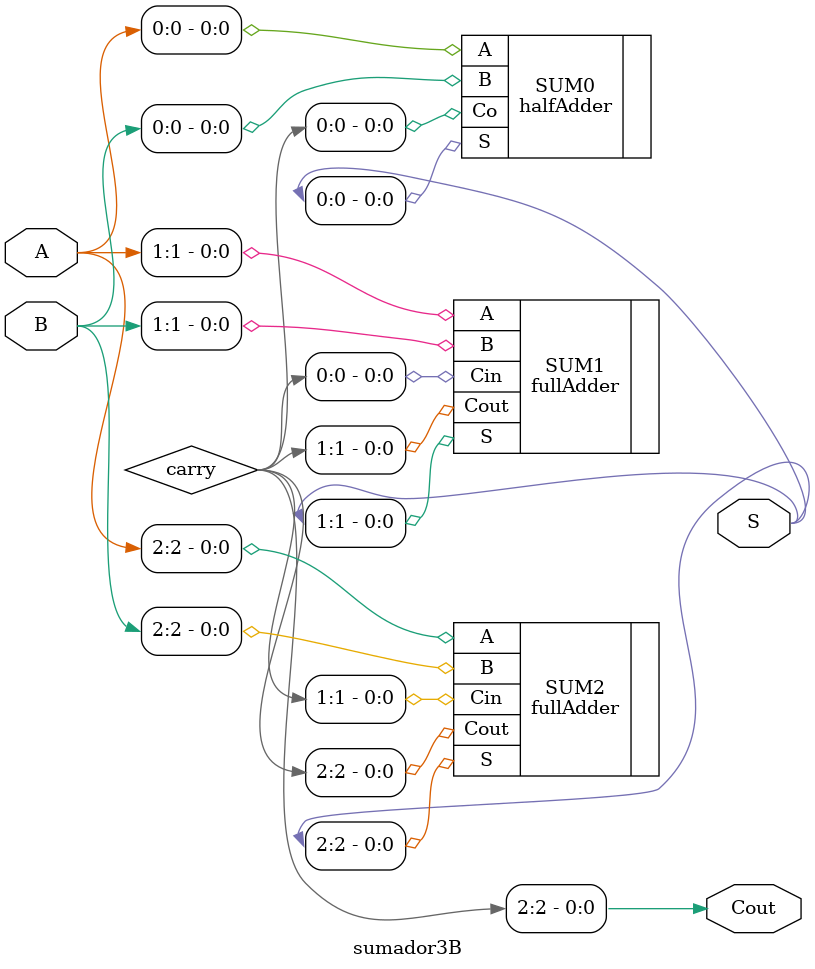
<source format=v>
`timescale 1ns / 1ps
module sumador3B(
    A,
    B,
    S,
    Cout
    );
    input [2:0] A;
    input [2:0] B;
    output [2:0] S;
    output Cout;
    wire [2:0] carry;
    
    halfAdder SUM0(
        .A (A[0]),
        .B (B[0]),
        .S (S[0]),
        .Co (carry[0])
        );
    
    fullAdder SUM1(
        .Cin (carry[0]),
        .A (A[1]),
        .B (B[1]),
        .S (S[1]),
        .Cout (carry[1])
        );
    
    fullAdder SUM2(
        .Cin (carry[1]),
        .A (A[2]),
        .B (B[2]),
        .S (S[2]),
        .Cout (carry[2])
        );
    
    assign Cout = carry[2];
endmodule //2sumador3bits

</source>
